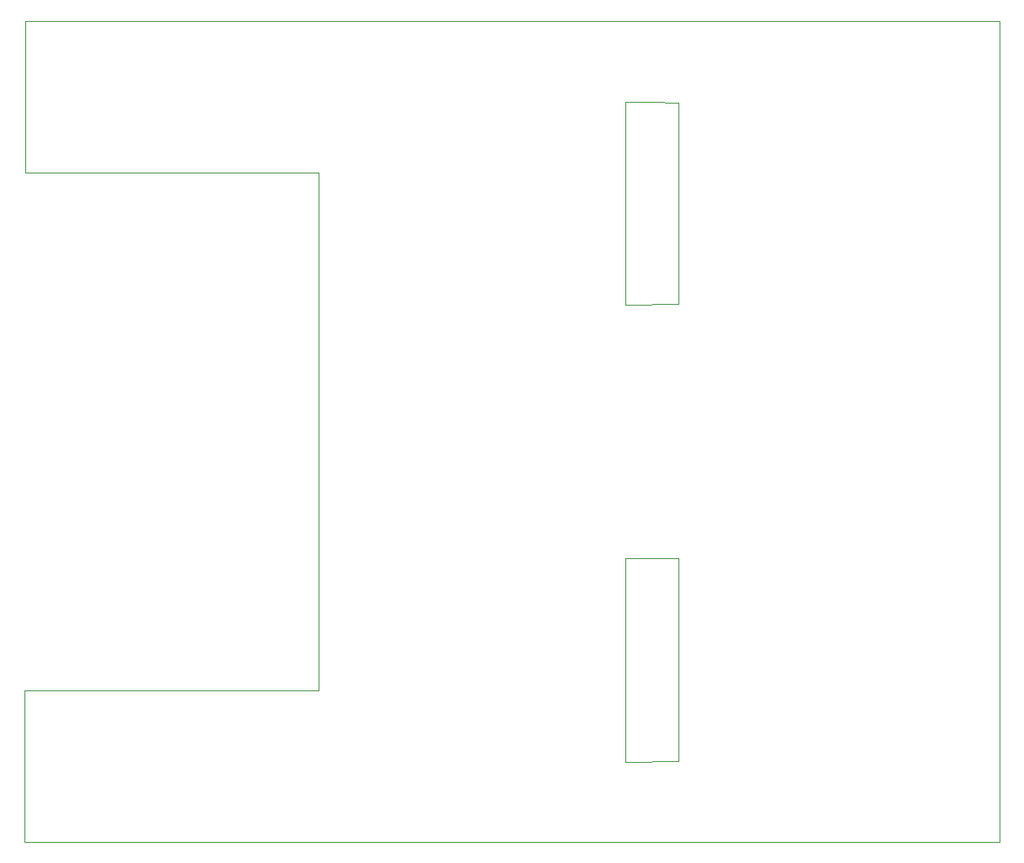
<source format=gbr>
G04 #@! TF.GenerationSoftware,KiCad,Pcbnew,(5.1.2)-2*
G04 #@! TF.CreationDate,2021-11-10T11:23:53-03:00*
G04 #@! TF.ProjectId,MAG_Plus,4d41475f-506c-4757-932e-6b696361645f,rev?*
G04 #@! TF.SameCoordinates,Original*
G04 #@! TF.FileFunction,Profile,NP*
%FSLAX46Y46*%
G04 Gerber Fmt 4.6, Leading zero omitted, Abs format (unit mm)*
G04 Created by KiCad (PCBNEW (5.1.2)-2) date 2021-11-10 11:23:53*
%MOMM*%
%LPD*%
G04 APERTURE LIST*
%ADD10C,0.050000*%
G04 APERTURE END LIST*
D10*
X312150000Y-90050000D02*
X312150000Y-110500000D01*
X317500000Y-110450000D02*
X317500000Y-90050000D01*
X317500000Y-64500000D02*
X317500000Y-44200000D01*
X312150000Y-44150000D02*
X312150000Y-64550000D01*
X312150000Y-90050000D02*
X317500000Y-90050000D01*
X312150000Y-64550000D02*
X317500000Y-64500000D01*
X314700000Y-44150000D02*
X312150000Y-44150000D01*
X317500000Y-110450000D02*
X312150000Y-110500000D01*
X314700000Y-44150000D02*
X317500000Y-44200000D01*
X251840000Y-103320000D02*
X251840000Y-118600000D01*
X251890000Y-51280000D02*
X251900000Y-36000000D01*
X281340000Y-51280000D02*
X281340000Y-103320000D01*
X251890000Y-51280000D02*
X281340000Y-51280000D01*
X251840000Y-103320000D02*
X281340000Y-103320000D01*
X251840000Y-118600000D02*
X287020000Y-118600000D01*
X287020000Y-118600000D02*
X349800000Y-118600000D01*
X349800000Y-36000000D02*
X251900000Y-36000000D01*
X349800000Y-118600000D02*
X349800000Y-36000000D01*
M02*

</source>
